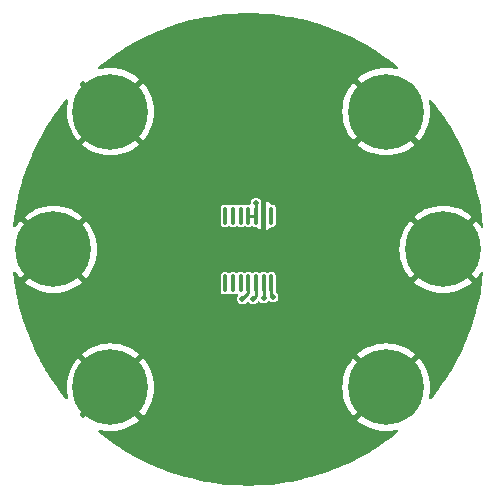
<source format=gbr>
%TF.GenerationSoftware,KiCad,Pcbnew,7.0.6-7.0.6~ubuntu22.04.1*%
%TF.CreationDate,2023-10-10T10:40:32+08:00*%
%TF.ProjectId,CAM,43414d2e-6b69-4636-9164-5f7063625858,rev?*%
%TF.SameCoordinates,Original*%
%TF.FileFunction,Copper,L2,Bot*%
%TF.FilePolarity,Positive*%
%FSLAX46Y46*%
G04 Gerber Fmt 4.6, Leading zero omitted, Abs format (unit mm)*
G04 Created by KiCad (PCBNEW 7.0.6-7.0.6~ubuntu22.04.1) date 2023-10-10 10:40:32*
%MOMM*%
%LPD*%
G01*
G04 APERTURE LIST*
G04 Aperture macros list*
%AMRoundRect*
0 Rectangle with rounded corners*
0 $1 Rounding radius*
0 $2 $3 $4 $5 $6 $7 $8 $9 X,Y pos of 4 corners*
0 Add a 4 corners polygon primitive as box body*
4,1,4,$2,$3,$4,$5,$6,$7,$8,$9,$2,$3,0*
0 Add four circle primitives for the rounded corners*
1,1,$1+$1,$2,$3*
1,1,$1+$1,$4,$5*
1,1,$1+$1,$6,$7*
1,1,$1+$1,$8,$9*
0 Add four rect primitives between the rounded corners*
20,1,$1+$1,$2,$3,$4,$5,0*
20,1,$1+$1,$4,$5,$6,$7,0*
20,1,$1+$1,$6,$7,$8,$9,0*
20,1,$1+$1,$8,$9,$2,$3,0*%
G04 Aperture macros list end*
%TA.AperFunction,ComponentPad*%
%ADD10C,0.800000*%
%TD*%
%TA.AperFunction,ComponentPad*%
%ADD11C,6.400000*%
%TD*%
%TA.AperFunction,SMDPad,CuDef*%
%ADD12RoundRect,0.100000X0.100000X-0.637500X0.100000X0.637500X-0.100000X0.637500X-0.100000X-0.637500X0*%
%TD*%
%TA.AperFunction,ViaPad*%
%ADD13C,0.500000*%
%TD*%
%TA.AperFunction,Conductor*%
%ADD14C,0.250000*%
%TD*%
G04 APERTURE END LIST*
D10*
%TO.P,REF\u002A\u002A,1*%
%TO.N,GND*%
X135932738Y-48332738D03*
X136635682Y-46635682D03*
X136635682Y-50029794D03*
X138332738Y-45932738D03*
D11*
X138332738Y-48332738D03*
D10*
X138332738Y-50732738D03*
X140029794Y-46635682D03*
X140029794Y-50029794D03*
X140732738Y-48332738D03*
%TD*%
D11*
%TO.P,,1*%
%TO.N,GND*%
X161667262Y-71667262D03*
%TD*%
%TO.P,,1*%
%TO.N,GND*%
X138332738Y-71667262D03*
%TD*%
%TO.P,,1*%
%TO.N,GND*%
X166500000Y-60000000D03*
%TD*%
%TO.P,,1*%
%TO.N,GND*%
X161667262Y-48332738D03*
%TD*%
D10*
%TO.P,REF\u002A\u002A,1*%
%TO.N,GND*%
X164100000Y-60000000D03*
X164802944Y-58302944D03*
X164802944Y-61697056D03*
X166500000Y-57600000D03*
D11*
X166500000Y-60000000D03*
D10*
X166500000Y-62400000D03*
X168197056Y-58302944D03*
X168197056Y-61697056D03*
X168900000Y-60000000D03*
%TD*%
%TO.P,REF\u002A\u002A,1*%
%TO.N,GND*%
X131100000Y-60000000D03*
X131802944Y-58302944D03*
X131802944Y-61697056D03*
X133500000Y-57600000D03*
D11*
X133500000Y-60000000D03*
D10*
X133500000Y-62400000D03*
X135197056Y-58302944D03*
X135197056Y-61697056D03*
X135900000Y-60000000D03*
%TD*%
D11*
%TO.P,,1*%
%TO.N,GND*%
X138332738Y-48332738D03*
%TD*%
D10*
%TO.P,REF\u002A\u002A,1*%
%TO.N,GND*%
X159267262Y-48332738D03*
X159970206Y-46635682D03*
X159970206Y-50029794D03*
X161667262Y-45932738D03*
D11*
X161667262Y-48332738D03*
D10*
X161667262Y-50732738D03*
X163364318Y-46635682D03*
X163364318Y-50029794D03*
X164067262Y-48332738D03*
%TD*%
%TO.P,REF\u002A\u002A,1*%
%TO.N,GND*%
X159267262Y-71667262D03*
X159970206Y-69970206D03*
X159970206Y-73364318D03*
X161667262Y-69267262D03*
D11*
X161667262Y-71667262D03*
D10*
X161667262Y-74067262D03*
X163364318Y-69970206D03*
X163364318Y-73364318D03*
X164067262Y-71667262D03*
%TD*%
%TO.P,REF\u002A\u002A,1*%
%TO.N,GND*%
X135932738Y-71667262D03*
X136635682Y-69970206D03*
X136635682Y-73364318D03*
X138332738Y-69267262D03*
D11*
X138332738Y-71667262D03*
D10*
X138332738Y-74067262D03*
X140029794Y-69970206D03*
X140029794Y-73364318D03*
X140732738Y-71667262D03*
%TD*%
D12*
%TO.P,U1,1,~{CS}*%
%TO.N,/CS*%
X151950000Y-62862500D03*
%TO.P,U1,2,CLK*%
%TO.N,/CLK*%
X151300000Y-62862500D03*
%TO.P,U1,3,MISO*%
%TO.N,/MISO*%
X150650000Y-62862500D03*
%TO.P,U1,4,MOSI*%
%TO.N,/MOSI*%
X150000000Y-62862500D03*
%TO.P,U1,5,TST*%
%TO.N,unconnected-(U1-TST-Pad5)*%
X149350000Y-62862500D03*
%TO.P,U1,6,B*%
%TO.N,unconnected-(U1-B-Pad6)*%
X148700000Y-62862500D03*
%TO.P,U1,7,A*%
%TO.N,unconnected-(U1-A-Pad7)*%
X148050000Y-62862500D03*
%TO.P,U1,8,W/PWM*%
%TO.N,unconnected-(U1-W{slash}PWM-Pad8)*%
X148050000Y-57137500D03*
%TO.P,U1,9,V*%
%TO.N,unconnected-(U1-V-Pad9)*%
X148700000Y-57137500D03*
%TO.P,U1,10,U*%
%TO.N,unconnected-(U1-U-Pad10)*%
X149350000Y-57137500D03*
%TO.P,U1,11,VDD*%
%TO.N,+3V3*%
X150000000Y-57137500D03*
%TO.P,U1,12,VDD3V3*%
X150650000Y-57137500D03*
%TO.P,U1,13,GND*%
%TO.N,GND*%
X151300000Y-57137500D03*
%TO.P,U1,14,I/PWM*%
%TO.N,unconnected-(U1-I{slash}PWM-Pad14)*%
X151950000Y-57137500D03*
%TD*%
D13*
%TO.N,GND*%
X146000000Y-68700000D03*
X147000000Y-52500000D03*
X149700000Y-65000000D03*
X154200000Y-43700000D03*
X153550000Y-53750000D03*
X152000000Y-77400000D03*
X152300000Y-45800000D03*
X151300000Y-58900000D03*
X155000000Y-78000000D03*
X148000000Y-68700000D03*
X152300000Y-41600000D03*
X148000000Y-77400000D03*
X152200000Y-65000000D03*
X146000000Y-77400000D03*
X150000000Y-77400000D03*
X151000000Y-65000000D03*
X145100000Y-50600000D03*
X145100000Y-54400000D03*
X150000000Y-68700000D03*
X155000000Y-68400000D03*
X154000000Y-68600000D03*
X154000000Y-77400000D03*
X152000000Y-68700000D03*
X143200000Y-46000000D03*
X153550000Y-55300000D03*
X143200000Y-44100000D03*
X145100000Y-44100000D03*
%TO.N,+3V3*%
X150650000Y-56080000D03*
%TO.N,/MOSI*%
X149500000Y-64200000D03*
%TO.N,/MISO*%
X150400000Y-64200000D03*
%TO.N,/CLK*%
X151300000Y-64100000D03*
%TO.N,/CS*%
X152100000Y-64000000D03*
%TD*%
D14*
%TO.N,+3V3*%
X150000000Y-57137500D02*
X150650000Y-57137500D01*
X150650000Y-56080000D02*
X150650000Y-57137500D01*
%TO.N,/MOSI*%
X150000000Y-62862500D02*
X150000000Y-63700000D01*
X150000000Y-63700000D02*
X149500000Y-64200000D01*
%TO.N,/MISO*%
X150650000Y-62862500D02*
X150650000Y-63950000D01*
X150650000Y-63950000D02*
X150400000Y-64200000D01*
%TO.N,/CLK*%
X151300000Y-62862500D02*
X151300000Y-64100000D01*
%TO.N,/CS*%
X151950000Y-63850000D02*
X152100000Y-64000000D01*
X151950000Y-62862500D02*
X151950000Y-63850000D01*
%TD*%
%TA.AperFunction,Conductor*%
%TO.N,GND*%
G36*
X150807403Y-40018620D02*
G01*
X150986950Y-40026684D01*
X151703049Y-40074964D01*
X151882089Y-40091079D01*
X152595233Y-40171431D01*
X152595242Y-40171432D01*
X152773386Y-40195562D01*
X153407526Y-40296000D01*
X153482220Y-40307831D01*
X153517222Y-40314182D01*
X153659148Y-40339938D01*
X154362220Y-40483893D01*
X154537454Y-40523888D01*
X155233422Y-40699257D01*
X155406692Y-40747076D01*
X156028725Y-40933863D01*
X156094060Y-40953483D01*
X156265050Y-41009040D01*
X156942462Y-41246077D01*
X157110745Y-41309234D01*
X157776847Y-41576427D01*
X157942173Y-41647091D01*
X158390183Y-41850586D01*
X158595557Y-41943872D01*
X158595582Y-41943883D01*
X158757585Y-42021900D01*
X159397029Y-42347713D01*
X159501011Y-42403669D01*
X159555335Y-42432902D01*
X160179494Y-42787061D01*
X160333884Y-42879304D01*
X160941487Y-43261087D01*
X160941518Y-43261106D01*
X161091573Y-43360156D01*
X161681539Y-43768886D01*
X161826916Y-43874509D01*
X162397975Y-44309314D01*
X162538522Y-44421398D01*
X162660970Y-44523625D01*
X162699816Y-44581698D01*
X162701098Y-44651556D01*
X162664409Y-44711017D01*
X162601397Y-44741204D01*
X162549407Y-44738586D01*
X162437592Y-44708625D01*
X162437585Y-44708624D01*
X162054549Y-44647957D01*
X161667263Y-44627660D01*
X161667261Y-44627660D01*
X161279974Y-44647957D01*
X160896938Y-44708624D01*
X160896931Y-44708625D01*
X160522325Y-44809000D01*
X160160267Y-44947982D01*
X159814718Y-45124048D01*
X159489468Y-45335269D01*
X159231910Y-45543833D01*
X159231910Y-45543834D01*
X160129568Y-46441492D01*
X160067751Y-46400187D01*
X159994830Y-46385682D01*
X159945582Y-46385682D01*
X159872661Y-46400187D01*
X159789966Y-46455442D01*
X159734711Y-46538137D01*
X159715308Y-46635682D01*
X159734711Y-46733227D01*
X159776015Y-46795043D01*
X158878358Y-45897386D01*
X158878357Y-45897386D01*
X158669793Y-46154944D01*
X158458572Y-46480194D01*
X158282506Y-46825743D01*
X158143524Y-47187801D01*
X158043149Y-47562407D01*
X158043148Y-47562414D01*
X157982481Y-47945450D01*
X157962184Y-48332737D01*
X157962184Y-48332738D01*
X157982481Y-48720025D01*
X158043148Y-49103061D01*
X158043149Y-49103068D01*
X158143524Y-49477674D01*
X158282506Y-49839732D01*
X158458572Y-50185281D01*
X158669793Y-50510531D01*
X158878356Y-50768087D01*
X158878357Y-50768088D01*
X159776021Y-49870423D01*
X159734711Y-49932249D01*
X159715308Y-50029794D01*
X159734711Y-50127339D01*
X159789966Y-50210034D01*
X159872661Y-50265289D01*
X159945582Y-50279794D01*
X159994830Y-50279794D01*
X160067751Y-50265289D01*
X160129566Y-50223985D01*
X159231910Y-51121641D01*
X159231911Y-51121642D01*
X159489468Y-51330206D01*
X159814718Y-51541427D01*
X160160267Y-51717493D01*
X160522325Y-51856475D01*
X160896931Y-51956850D01*
X160896938Y-51956851D01*
X161279974Y-52017518D01*
X161667261Y-52037816D01*
X161667263Y-52037816D01*
X162054549Y-52017518D01*
X162437585Y-51956851D01*
X162437592Y-51956850D01*
X162812198Y-51856475D01*
X163174256Y-51717493D01*
X163519805Y-51541427D01*
X163845045Y-51330214D01*
X163845047Y-51330213D01*
X164102611Y-51121640D01*
X163204953Y-50223982D01*
X163266773Y-50265289D01*
X163339694Y-50279794D01*
X163388942Y-50279794D01*
X163461863Y-50265289D01*
X163544558Y-50210034D01*
X163599813Y-50127339D01*
X163619216Y-50029794D01*
X163599813Y-49932249D01*
X163558506Y-49870429D01*
X164456164Y-50768087D01*
X164664737Y-50510523D01*
X164664738Y-50510521D01*
X164875951Y-50185281D01*
X165052017Y-49839732D01*
X165190999Y-49477674D01*
X165291374Y-49103068D01*
X165291375Y-49103061D01*
X165352042Y-48720025D01*
X165372340Y-48332738D01*
X165372340Y-48332737D01*
X165352042Y-47945450D01*
X165291375Y-47562414D01*
X165291375Y-47562412D01*
X165261413Y-47450594D01*
X165263076Y-47380744D01*
X165302238Y-47322882D01*
X165366466Y-47295377D01*
X165435368Y-47306963D01*
X165476375Y-47339030D01*
X165578605Y-47461481D01*
X165659091Y-47562407D01*
X165690701Y-47602045D01*
X166056701Y-48082738D01*
X166125486Y-48173077D01*
X166231122Y-48318473D01*
X166639840Y-48908422D01*
X166738893Y-49058481D01*
X167120694Y-49666114D01*
X167212931Y-49820492D01*
X167567097Y-50444664D01*
X167652290Y-50602977D01*
X167978099Y-51242414D01*
X168056116Y-51404417D01*
X168352908Y-52057826D01*
X168423572Y-52223152D01*
X168690758Y-52889237D01*
X168753921Y-53057534D01*
X168990958Y-53734946D01*
X169046515Y-53905935D01*
X169252917Y-54593285D01*
X169300741Y-54766572D01*
X169476100Y-55462499D01*
X169511454Y-55617397D01*
X169516107Y-55637781D01*
X169660060Y-56340845D01*
X169692168Y-56517779D01*
X169804432Y-57226583D01*
X169828567Y-57404757D01*
X169896183Y-58004872D01*
X169884129Y-58073694D01*
X169836780Y-58125074D01*
X169769169Y-58142698D01*
X169702763Y-58120972D01*
X169668968Y-58086291D01*
X169497468Y-57822206D01*
X169288904Y-57564649D01*
X169288903Y-57564648D01*
X168391248Y-58462302D01*
X168432551Y-58400489D01*
X168451954Y-58302944D01*
X168432551Y-58205399D01*
X168377296Y-58122704D01*
X168294601Y-58067449D01*
X168221680Y-58052944D01*
X168172432Y-58052944D01*
X168099511Y-58067449D01*
X168037687Y-58108758D01*
X168935350Y-57211096D01*
X168935350Y-57211095D01*
X168677793Y-57002531D01*
X168352543Y-56791310D01*
X168006994Y-56615244D01*
X167644936Y-56476262D01*
X167270330Y-56375887D01*
X167270323Y-56375886D01*
X166887287Y-56315219D01*
X166500001Y-56294922D01*
X166499999Y-56294922D01*
X166112712Y-56315219D01*
X165729676Y-56375886D01*
X165729669Y-56375887D01*
X165355063Y-56476262D01*
X164993005Y-56615244D01*
X164647456Y-56791310D01*
X164322206Y-57002531D01*
X164064648Y-57211095D01*
X164064648Y-57211096D01*
X164962306Y-58108754D01*
X164900489Y-58067449D01*
X164827568Y-58052944D01*
X164778320Y-58052944D01*
X164705399Y-58067449D01*
X164622704Y-58122704D01*
X164567449Y-58205399D01*
X164548046Y-58302944D01*
X164567449Y-58400489D01*
X164608753Y-58462305D01*
X163711096Y-57564648D01*
X163711095Y-57564648D01*
X163502531Y-57822206D01*
X163291310Y-58147456D01*
X163115244Y-58493005D01*
X162976262Y-58855063D01*
X162875887Y-59229669D01*
X162875886Y-59229676D01*
X162815219Y-59612712D01*
X162794922Y-59999999D01*
X162794922Y-60000000D01*
X162815219Y-60387287D01*
X162875886Y-60770323D01*
X162875887Y-60770330D01*
X162976262Y-61144936D01*
X163115244Y-61506994D01*
X163291310Y-61852543D01*
X163502531Y-62177793D01*
X163711094Y-62435349D01*
X163711095Y-62435350D01*
X164608758Y-61537686D01*
X164567449Y-61599511D01*
X164548046Y-61697056D01*
X164567449Y-61794601D01*
X164622704Y-61877296D01*
X164705399Y-61932551D01*
X164778320Y-61947056D01*
X164827568Y-61947056D01*
X164900489Y-61932551D01*
X164962304Y-61891247D01*
X164064648Y-62788903D01*
X164064649Y-62788904D01*
X164322206Y-62997468D01*
X164647456Y-63208689D01*
X164993005Y-63384755D01*
X165355063Y-63523737D01*
X165729669Y-63624112D01*
X165729676Y-63624113D01*
X166112712Y-63684780D01*
X166499999Y-63705078D01*
X166500001Y-63705078D01*
X166887287Y-63684780D01*
X167270323Y-63624113D01*
X167270330Y-63624112D01*
X167644936Y-63523737D01*
X168006994Y-63384755D01*
X168352543Y-63208689D01*
X168677783Y-62997476D01*
X168677785Y-62997475D01*
X168935349Y-62788902D01*
X168037691Y-61891244D01*
X168099511Y-61932551D01*
X168172432Y-61947056D01*
X168221680Y-61947056D01*
X168294601Y-61932551D01*
X168377296Y-61877296D01*
X168432551Y-61794601D01*
X168451954Y-61697056D01*
X168432551Y-61599511D01*
X168391244Y-61537691D01*
X169288902Y-62435349D01*
X169497475Y-62177785D01*
X169497475Y-62177783D01*
X169668968Y-61913708D01*
X169721989Y-61868205D01*
X169791194Y-61858590D01*
X169854611Y-61887917D01*
X169892105Y-61946875D01*
X169896183Y-61995127D01*
X169828567Y-62595242D01*
X169804432Y-62773416D01*
X169692168Y-63482220D01*
X169660060Y-63659154D01*
X169516107Y-64362218D01*
X169489966Y-64476754D01*
X169476107Y-64537470D01*
X169474471Y-64543966D01*
X169300742Y-65233425D01*
X169252917Y-65406714D01*
X169046515Y-66094064D01*
X168990958Y-66265053D01*
X168753921Y-66942465D01*
X168690758Y-67110762D01*
X168423572Y-67776847D01*
X168352908Y-67942173D01*
X168056116Y-68595582D01*
X167978099Y-68757585D01*
X167652290Y-69397022D01*
X167567097Y-69555335D01*
X167212931Y-70179507D01*
X167120694Y-70333885D01*
X166738893Y-70941518D01*
X166639840Y-71091577D01*
X166231122Y-71681526D01*
X166125486Y-71826922D01*
X165690701Y-72397954D01*
X165578615Y-72538506D01*
X165476377Y-72660967D01*
X165418302Y-72699814D01*
X165348444Y-72701096D01*
X165288982Y-72664407D01*
X165258796Y-72601395D01*
X165261414Y-72549404D01*
X165291375Y-72437587D01*
X165291375Y-72437585D01*
X165352042Y-72054549D01*
X165372340Y-71667262D01*
X165372340Y-71667261D01*
X165352042Y-71279974D01*
X165291375Y-70896938D01*
X165291374Y-70896931D01*
X165190999Y-70522325D01*
X165052017Y-70160267D01*
X164875951Y-69814718D01*
X164664730Y-69489468D01*
X164456166Y-69231911D01*
X164456165Y-69231910D01*
X163558509Y-70129566D01*
X163599813Y-70067751D01*
X163619216Y-69970206D01*
X163599813Y-69872661D01*
X163544558Y-69789966D01*
X163461863Y-69734711D01*
X163388942Y-69720206D01*
X163339694Y-69720206D01*
X163266773Y-69734711D01*
X163204952Y-69776017D01*
X164102612Y-68878358D01*
X164102612Y-68878357D01*
X163845055Y-68669793D01*
X163519805Y-68458572D01*
X163174256Y-68282506D01*
X162812198Y-68143524D01*
X162437592Y-68043149D01*
X162437585Y-68043148D01*
X162054549Y-67982481D01*
X161667263Y-67962184D01*
X161667261Y-67962184D01*
X161279974Y-67982481D01*
X160896938Y-68043148D01*
X160896931Y-68043149D01*
X160522325Y-68143524D01*
X160160267Y-68282506D01*
X159814718Y-68458572D01*
X159489468Y-68669793D01*
X159231910Y-68878357D01*
X159231910Y-68878358D01*
X160129568Y-69776016D01*
X160067751Y-69734711D01*
X159994830Y-69720206D01*
X159945582Y-69720206D01*
X159872661Y-69734711D01*
X159789966Y-69789966D01*
X159734711Y-69872661D01*
X159715308Y-69970206D01*
X159734711Y-70067751D01*
X159776016Y-70129568D01*
X158878358Y-69231910D01*
X158878357Y-69231910D01*
X158669793Y-69489468D01*
X158458572Y-69814718D01*
X158282506Y-70160267D01*
X158143524Y-70522325D01*
X158043149Y-70896931D01*
X158043148Y-70896938D01*
X157982481Y-71279974D01*
X157962184Y-71667261D01*
X157962184Y-71667262D01*
X157982481Y-72054549D01*
X158043148Y-72437585D01*
X158043149Y-72437592D01*
X158143524Y-72812198D01*
X158282506Y-73174256D01*
X158458572Y-73519805D01*
X158669793Y-73845055D01*
X158878357Y-74102612D01*
X158878358Y-74102612D01*
X159776018Y-73204951D01*
X159734711Y-73266773D01*
X159715308Y-73364318D01*
X159734711Y-73461863D01*
X159789966Y-73544558D01*
X159872661Y-73599813D01*
X159945582Y-73614318D01*
X159994830Y-73614318D01*
X160067751Y-73599813D01*
X160129566Y-73558509D01*
X159231910Y-74456165D01*
X159231911Y-74456166D01*
X159489468Y-74664730D01*
X159814718Y-74875951D01*
X160160267Y-75052017D01*
X160522325Y-75190999D01*
X160896931Y-75291374D01*
X160896938Y-75291375D01*
X161279974Y-75352042D01*
X161667261Y-75372340D01*
X161667263Y-75372340D01*
X162054549Y-75352042D01*
X162437585Y-75291375D01*
X162437587Y-75291375D01*
X162549404Y-75261414D01*
X162619254Y-75263077D01*
X162677117Y-75302239D01*
X162704621Y-75366468D01*
X162693035Y-75435370D01*
X162660967Y-75476377D01*
X162538506Y-75578615D01*
X162397954Y-75690701D01*
X161826922Y-76125486D01*
X161681526Y-76231122D01*
X161091577Y-76639840D01*
X160941518Y-76738893D01*
X160333885Y-77120694D01*
X160179507Y-77212931D01*
X159555335Y-77567097D01*
X159397022Y-77652290D01*
X158757585Y-77978099D01*
X158595582Y-78056116D01*
X157942173Y-78352908D01*
X157776847Y-78423572D01*
X157110762Y-78690758D01*
X156942465Y-78753921D01*
X156265053Y-78990958D01*
X156094064Y-79046515D01*
X155406714Y-79252917D01*
X155233425Y-79300742D01*
X154537511Y-79476097D01*
X154431289Y-79500342D01*
X154362218Y-79516107D01*
X153659154Y-79660060D01*
X153482220Y-79692168D01*
X152773416Y-79804432D01*
X152595242Y-79828567D01*
X151882090Y-79908920D01*
X151703025Y-79925036D01*
X150986987Y-79973313D01*
X150807386Y-79981379D01*
X150089870Y-79997483D01*
X149910130Y-79997483D01*
X149192613Y-79981379D01*
X149013012Y-79973313D01*
X148296974Y-79925036D01*
X148117909Y-79908920D01*
X147404757Y-79828567D01*
X147226583Y-79804432D01*
X146517779Y-79692168D01*
X146340845Y-79660060D01*
X145637781Y-79516107D01*
X145617397Y-79511454D01*
X145462499Y-79476100D01*
X144766572Y-79300741D01*
X144593285Y-79252917D01*
X143905935Y-79046515D01*
X143734946Y-78990958D01*
X143057534Y-78753921D01*
X142889237Y-78690758D01*
X142223152Y-78423572D01*
X142057826Y-78352908D01*
X141404417Y-78056116D01*
X141242414Y-77978099D01*
X140602989Y-77652296D01*
X140558473Y-77628341D01*
X140444664Y-77567097D01*
X139820492Y-77212931D01*
X139666114Y-77120694D01*
X139058481Y-76738893D01*
X138908422Y-76639840D01*
X138318473Y-76231122D01*
X138173077Y-76125486D01*
X137602045Y-75690701D01*
X137578301Y-75671766D01*
X137461481Y-75578605D01*
X137339031Y-75476376D01*
X137300184Y-75418301D01*
X137298902Y-75348443D01*
X137335591Y-75288981D01*
X137398603Y-75258795D01*
X137450594Y-75261413D01*
X137562413Y-75291375D01*
X137945450Y-75352042D01*
X138332737Y-75372340D01*
X138332739Y-75372340D01*
X138720025Y-75352042D01*
X139103061Y-75291375D01*
X139103068Y-75291374D01*
X139477674Y-75190999D01*
X139839732Y-75052017D01*
X140185281Y-74875951D01*
X140510521Y-74664738D01*
X140510523Y-74664737D01*
X140768087Y-74456164D01*
X139870429Y-73558506D01*
X139932249Y-73599813D01*
X140005170Y-73614318D01*
X140054418Y-73614318D01*
X140127339Y-73599813D01*
X140210034Y-73544558D01*
X140265289Y-73461863D01*
X140284692Y-73364318D01*
X140265289Y-73266773D01*
X140223982Y-73204953D01*
X141121640Y-74102611D01*
X141330213Y-73845047D01*
X141330214Y-73845045D01*
X141541427Y-73519805D01*
X141717493Y-73174256D01*
X141856475Y-72812198D01*
X141956850Y-72437592D01*
X141956851Y-72437585D01*
X142017518Y-72054549D01*
X142037816Y-71667262D01*
X142037816Y-71667261D01*
X142017518Y-71279974D01*
X141956851Y-70896938D01*
X141956850Y-70896931D01*
X141856475Y-70522325D01*
X141717493Y-70160267D01*
X141541427Y-69814718D01*
X141330206Y-69489468D01*
X141121642Y-69231911D01*
X141121641Y-69231910D01*
X140223985Y-70129565D01*
X140265289Y-70067751D01*
X140284692Y-69970206D01*
X140265289Y-69872661D01*
X140210034Y-69789966D01*
X140127339Y-69734711D01*
X140054418Y-69720206D01*
X140005170Y-69720206D01*
X139932249Y-69734711D01*
X139870425Y-69776020D01*
X140768088Y-68878358D01*
X140768088Y-68878357D01*
X140510531Y-68669793D01*
X140185281Y-68458572D01*
X139839732Y-68282506D01*
X139477674Y-68143524D01*
X139103068Y-68043149D01*
X139103061Y-68043148D01*
X138720025Y-67982481D01*
X138332739Y-67962184D01*
X138332737Y-67962184D01*
X137945450Y-67982481D01*
X137562414Y-68043148D01*
X137562407Y-68043149D01*
X137187801Y-68143524D01*
X136825743Y-68282506D01*
X136480194Y-68458572D01*
X136154944Y-68669793D01*
X135897386Y-68878357D01*
X135897386Y-68878358D01*
X136795044Y-69776016D01*
X136733227Y-69734711D01*
X136660306Y-69720206D01*
X136611058Y-69720206D01*
X136538137Y-69734711D01*
X136455442Y-69789966D01*
X136400187Y-69872661D01*
X136380784Y-69970206D01*
X136400187Y-70067751D01*
X136441492Y-70129568D01*
X135543834Y-69231910D01*
X135543833Y-69231910D01*
X135335269Y-69489468D01*
X135124048Y-69814718D01*
X134947982Y-70160267D01*
X134809000Y-70522325D01*
X134708625Y-70896931D01*
X134708624Y-70896938D01*
X134647957Y-71279974D01*
X134627660Y-71667261D01*
X134627660Y-71667262D01*
X134647957Y-72054549D01*
X134708624Y-72437585D01*
X134708625Y-72437592D01*
X134738586Y-72549407D01*
X134736923Y-72619257D01*
X134697760Y-72677119D01*
X134633532Y-72704623D01*
X134564630Y-72693036D01*
X134523625Y-72660971D01*
X134421385Y-72538506D01*
X134309298Y-72397954D01*
X134295678Y-72380067D01*
X133874509Y-71826916D01*
X133768877Y-71681526D01*
X133360156Y-71091573D01*
X133261106Y-70941518D01*
X132879305Y-70333885D01*
X132787068Y-70179507D01*
X132770578Y-70150446D01*
X132534683Y-69734711D01*
X132432902Y-69555335D01*
X132397457Y-69489468D01*
X132347710Y-69397022D01*
X132021900Y-68757585D01*
X131943883Y-68595582D01*
X131647091Y-67942173D01*
X131576427Y-67776847D01*
X131309234Y-67110745D01*
X131246077Y-66942462D01*
X131009040Y-66265050D01*
X130953483Y-66094060D01*
X130933863Y-66028725D01*
X130747076Y-65406692D01*
X130699257Y-65233422D01*
X130523888Y-64537454D01*
X130483893Y-64362218D01*
X130339938Y-63659148D01*
X130307831Y-63482220D01*
X130195567Y-62773416D01*
X130171432Y-62595242D01*
X130160424Y-62497545D01*
X130103815Y-61995124D01*
X130115869Y-61926303D01*
X130163218Y-61874923D01*
X130230829Y-61857299D01*
X130297234Y-61879025D01*
X130331030Y-61913706D01*
X130502531Y-62177793D01*
X130711095Y-62435350D01*
X130711096Y-62435350D01*
X131608756Y-61537689D01*
X131567449Y-61599511D01*
X131548046Y-61697056D01*
X131567449Y-61794601D01*
X131622704Y-61877296D01*
X131705399Y-61932551D01*
X131778320Y-61947056D01*
X131827568Y-61947056D01*
X131900489Y-61932551D01*
X131962304Y-61891247D01*
X131064648Y-62788903D01*
X131064649Y-62788904D01*
X131322206Y-62997468D01*
X131647456Y-63208689D01*
X131993005Y-63384755D01*
X132355063Y-63523737D01*
X132729669Y-63624112D01*
X132729676Y-63624113D01*
X133112712Y-63684780D01*
X133499999Y-63705078D01*
X133500001Y-63705078D01*
X133887287Y-63684780D01*
X134270323Y-63624113D01*
X134270330Y-63624112D01*
X134566119Y-63544856D01*
X147649500Y-63544856D01*
X147649502Y-63544882D01*
X147652413Y-63569987D01*
X147652415Y-63569991D01*
X147697793Y-63672764D01*
X147697794Y-63672765D01*
X147777235Y-63752206D01*
X147880009Y-63797585D01*
X147905135Y-63800500D01*
X148194864Y-63800499D01*
X148194879Y-63800497D01*
X148194882Y-63800497D01*
X148219987Y-63797586D01*
X148219987Y-63797585D01*
X148219991Y-63797585D01*
X148322765Y-63752206D01*
X148322766Y-63752204D01*
X148324912Y-63751257D01*
X148394190Y-63742185D01*
X148425085Y-63751257D01*
X148530004Y-63797583D01*
X148530009Y-63797585D01*
X148555135Y-63800500D01*
X148844864Y-63800499D01*
X148844879Y-63800497D01*
X148844882Y-63800497D01*
X148869987Y-63797586D01*
X148869987Y-63797585D01*
X148869991Y-63797585D01*
X148972765Y-63752206D01*
X148972766Y-63752204D01*
X148974912Y-63751257D01*
X149044190Y-63742185D01*
X149075078Y-63751254D01*
X149078965Y-63752970D01*
X149132344Y-63798052D01*
X149152876Y-63864837D01*
X149134042Y-63932121D01*
X149122604Y-63947603D01*
X149117123Y-63953928D01*
X149117117Y-63953938D01*
X149063302Y-64071774D01*
X149044867Y-64200000D01*
X149063302Y-64328225D01*
X149093020Y-64393297D01*
X149117118Y-64446063D01*
X149201951Y-64543967D01*
X149310931Y-64614004D01*
X149435225Y-64650499D01*
X149435227Y-64650500D01*
X149435228Y-64650500D01*
X149564773Y-64650500D01*
X149564773Y-64650499D01*
X149689069Y-64614004D01*
X149798049Y-64543967D01*
X149803661Y-64537491D01*
X149856286Y-64476757D01*
X149915063Y-64438981D01*
X149984933Y-64438980D01*
X150043710Y-64476753D01*
X150043713Y-64476756D01*
X150043714Y-64476757D01*
X150101948Y-64543965D01*
X150101950Y-64543966D01*
X150101951Y-64543967D01*
X150210931Y-64614004D01*
X150335225Y-64650499D01*
X150335227Y-64650500D01*
X150335228Y-64650500D01*
X150464773Y-64650500D01*
X150464773Y-64650499D01*
X150589069Y-64614004D01*
X150698049Y-64543967D01*
X150782882Y-64446063D01*
X150782883Y-64446059D01*
X150787386Y-64439054D01*
X150840188Y-64393297D01*
X150909346Y-64383350D01*
X150972903Y-64412373D01*
X150985417Y-64424886D01*
X150997694Y-64439054D01*
X151001951Y-64443967D01*
X151110931Y-64514004D01*
X151235225Y-64550499D01*
X151235227Y-64550500D01*
X151235228Y-64550500D01*
X151364773Y-64550500D01*
X151364773Y-64550499D01*
X151489069Y-64514004D01*
X151598049Y-64443967D01*
X151656276Y-64376767D01*
X151715051Y-64338995D01*
X151784920Y-64338993D01*
X151817023Y-64353653D01*
X151910931Y-64414004D01*
X151910932Y-64414004D01*
X151910935Y-64414006D01*
X152035225Y-64450499D01*
X152035227Y-64450500D01*
X152035228Y-64450500D01*
X152164773Y-64450500D01*
X152164773Y-64450499D01*
X152289069Y-64414004D01*
X152398049Y-64343967D01*
X152482882Y-64246063D01*
X152536697Y-64128226D01*
X152555133Y-64000000D01*
X152536697Y-63871774D01*
X152482882Y-63753937D01*
X152398049Y-63656033D01*
X152398047Y-63656032D01*
X152398044Y-63656028D01*
X152392643Y-63651347D01*
X152354871Y-63592567D01*
X152351117Y-63548494D01*
X152350293Y-63548447D01*
X152350498Y-63544882D01*
X152350500Y-63544865D01*
X152350499Y-62180136D01*
X152350497Y-62180117D01*
X152347586Y-62155012D01*
X152347585Y-62155010D01*
X152347585Y-62155009D01*
X152302206Y-62052235D01*
X152222765Y-61972794D01*
X152164064Y-61946875D01*
X152119992Y-61927415D01*
X152094865Y-61924500D01*
X151805143Y-61924500D01*
X151805117Y-61924502D01*
X151780013Y-61927413D01*
X151768377Y-61932551D01*
X151677238Y-61972793D01*
X151675086Y-61973743D01*
X151605807Y-61982814D01*
X151574914Y-61973743D01*
X151572765Y-61972794D01*
X151469991Y-61927415D01*
X151444865Y-61924500D01*
X151155143Y-61924500D01*
X151155117Y-61924502D01*
X151130013Y-61927413D01*
X151118377Y-61932551D01*
X151027238Y-61972793D01*
X151025086Y-61973743D01*
X150955807Y-61982814D01*
X150924914Y-61973743D01*
X150922765Y-61972794D01*
X150819991Y-61927415D01*
X150794865Y-61924500D01*
X150505143Y-61924500D01*
X150505117Y-61924502D01*
X150480013Y-61927413D01*
X150468377Y-61932551D01*
X150377238Y-61972793D01*
X150375086Y-61973743D01*
X150305807Y-61982814D01*
X150274914Y-61973743D01*
X150272765Y-61972794D01*
X150169991Y-61927415D01*
X150144865Y-61924500D01*
X149855143Y-61924500D01*
X149855117Y-61924502D01*
X149830013Y-61927413D01*
X149818377Y-61932551D01*
X149727238Y-61972793D01*
X149725086Y-61973743D01*
X149655807Y-61982814D01*
X149624914Y-61973743D01*
X149622765Y-61972794D01*
X149519991Y-61927415D01*
X149494865Y-61924500D01*
X149205143Y-61924500D01*
X149205117Y-61924502D01*
X149180013Y-61927413D01*
X149168377Y-61932551D01*
X149077238Y-61972793D01*
X149075086Y-61973743D01*
X149005807Y-61982814D01*
X148974914Y-61973743D01*
X148972765Y-61972794D01*
X148869991Y-61927415D01*
X148844865Y-61924500D01*
X148555143Y-61924500D01*
X148555117Y-61924502D01*
X148530013Y-61927413D01*
X148518377Y-61932551D01*
X148427238Y-61972793D01*
X148425086Y-61973743D01*
X148355807Y-61982814D01*
X148324914Y-61973743D01*
X148322765Y-61972794D01*
X148219991Y-61927415D01*
X148194865Y-61924500D01*
X147905143Y-61924500D01*
X147905117Y-61924502D01*
X147880012Y-61927413D01*
X147880008Y-61927415D01*
X147777235Y-61972793D01*
X147697794Y-62052234D01*
X147652415Y-62155006D01*
X147652415Y-62155008D01*
X147649500Y-62180131D01*
X147649500Y-63544856D01*
X134566119Y-63544856D01*
X134644936Y-63523737D01*
X135006994Y-63384755D01*
X135352543Y-63208689D01*
X135677783Y-62997476D01*
X135677785Y-62997475D01*
X135935349Y-62788902D01*
X135037691Y-61891244D01*
X135099511Y-61932551D01*
X135172432Y-61947056D01*
X135221680Y-61947056D01*
X135294601Y-61932551D01*
X135377296Y-61877296D01*
X135432551Y-61794601D01*
X135451954Y-61697056D01*
X135432551Y-61599511D01*
X135391243Y-61537690D01*
X136288902Y-62435349D01*
X136497475Y-62177785D01*
X136497476Y-62177783D01*
X136708689Y-61852543D01*
X136884755Y-61506994D01*
X137023737Y-61144936D01*
X137124112Y-60770330D01*
X137124113Y-60770323D01*
X137184780Y-60387287D01*
X137205078Y-60000000D01*
X137205078Y-59999999D01*
X137184780Y-59612712D01*
X137124113Y-59229676D01*
X137124112Y-59229669D01*
X137023737Y-58855063D01*
X136884755Y-58493005D01*
X136708689Y-58147456D01*
X136497468Y-57822206D01*
X136495565Y-57819856D01*
X147649500Y-57819856D01*
X147649502Y-57819882D01*
X147652413Y-57844987D01*
X147652415Y-57844991D01*
X147697793Y-57947764D01*
X147697794Y-57947765D01*
X147777235Y-58027206D01*
X147880009Y-58072585D01*
X147905135Y-58075500D01*
X148194864Y-58075499D01*
X148194879Y-58075497D01*
X148194882Y-58075497D01*
X148219987Y-58072586D01*
X148219987Y-58072585D01*
X148219991Y-58072585D01*
X148322765Y-58027206D01*
X148322766Y-58027204D01*
X148324912Y-58026257D01*
X148394190Y-58017185D01*
X148425085Y-58026257D01*
X148485526Y-58052944D01*
X148530009Y-58072585D01*
X148555135Y-58075500D01*
X148844864Y-58075499D01*
X148844879Y-58075497D01*
X148844882Y-58075497D01*
X148869987Y-58072586D01*
X148869987Y-58072585D01*
X148869991Y-58072585D01*
X148972765Y-58027206D01*
X148972766Y-58027204D01*
X148974912Y-58026257D01*
X149044190Y-58017185D01*
X149075085Y-58026257D01*
X149135526Y-58052944D01*
X149180009Y-58072585D01*
X149205135Y-58075500D01*
X149494864Y-58075499D01*
X149494879Y-58075497D01*
X149494882Y-58075497D01*
X149519987Y-58072586D01*
X149519987Y-58072585D01*
X149519991Y-58072585D01*
X149622765Y-58027206D01*
X149622766Y-58027204D01*
X149624912Y-58026257D01*
X149694190Y-58017185D01*
X149725085Y-58026257D01*
X149785526Y-58052944D01*
X149830009Y-58072585D01*
X149855135Y-58075500D01*
X150144864Y-58075499D01*
X150144879Y-58075497D01*
X150144882Y-58075497D01*
X150169987Y-58072586D01*
X150169987Y-58072585D01*
X150169991Y-58072585D01*
X150272765Y-58027206D01*
X150272766Y-58027204D01*
X150274912Y-58026257D01*
X150344190Y-58017185D01*
X150375085Y-58026257D01*
X150435526Y-58052944D01*
X150480009Y-58072585D01*
X150505135Y-58075500D01*
X150613148Y-58075499D01*
X150680186Y-58095183D01*
X150711522Y-58124012D01*
X150772073Y-58202922D01*
X150897414Y-58299100D01*
X151043366Y-58359555D01*
X151043372Y-58359557D01*
X151099998Y-58367011D01*
X151100000Y-58367010D01*
X151100000Y-56124570D01*
X151101262Y-56106923D01*
X151105133Y-56080000D01*
X151101262Y-56053075D01*
X151100000Y-56035429D01*
X151100000Y-55907988D01*
X151099999Y-55907987D01*
X151500000Y-55907987D01*
X151500000Y-58367010D01*
X151500001Y-58367011D01*
X151556627Y-58359557D01*
X151556633Y-58359555D01*
X151702585Y-58299100D01*
X151827926Y-58202922D01*
X151888478Y-58124012D01*
X151944906Y-58082810D01*
X151986850Y-58075499D01*
X152094864Y-58075499D01*
X152094879Y-58075497D01*
X152094882Y-58075497D01*
X152119987Y-58072586D01*
X152119988Y-58072585D01*
X152119991Y-58072585D01*
X152222765Y-58027206D01*
X152302206Y-57947765D01*
X152347585Y-57844991D01*
X152350500Y-57819865D01*
X152350499Y-56455136D01*
X152350497Y-56455117D01*
X152347586Y-56430012D01*
X152347585Y-56430010D01*
X152347585Y-56430009D01*
X152302206Y-56327235D01*
X152222765Y-56247794D01*
X152222763Y-56247793D01*
X152119992Y-56202415D01*
X152094868Y-56199500D01*
X151986852Y-56199500D01*
X151919813Y-56179815D01*
X151888477Y-56150987D01*
X151827926Y-56072077D01*
X151702586Y-55975899D01*
X151556631Y-55915444D01*
X151500000Y-55907987D01*
X151099999Y-55907987D01*
X151064442Y-55876805D01*
X151037963Y-55841212D01*
X151037676Y-55841397D01*
X151034978Y-55837198D01*
X151033407Y-55835087D01*
X151032882Y-55833937D01*
X150948049Y-55736033D01*
X150839069Y-55665996D01*
X150839065Y-55665994D01*
X150839064Y-55665994D01*
X150714774Y-55629500D01*
X150714772Y-55629500D01*
X150585228Y-55629500D01*
X150585226Y-55629500D01*
X150460935Y-55665994D01*
X150460932Y-55665995D01*
X150460931Y-55665996D01*
X150409677Y-55698934D01*
X150351950Y-55736033D01*
X150267118Y-55833937D01*
X150267117Y-55833938D01*
X150213302Y-55951774D01*
X150193605Y-56088778D01*
X150191074Y-56088414D01*
X150175182Y-56142539D01*
X150122378Y-56188294D01*
X150070868Y-56199500D01*
X149855143Y-56199500D01*
X149855117Y-56199502D01*
X149830013Y-56202413D01*
X149816848Y-56208226D01*
X149727238Y-56247793D01*
X149725086Y-56248743D01*
X149655807Y-56257814D01*
X149624914Y-56248743D01*
X149622765Y-56247794D01*
X149519991Y-56202415D01*
X149494865Y-56199500D01*
X149205143Y-56199500D01*
X149205117Y-56199502D01*
X149180013Y-56202413D01*
X149166848Y-56208226D01*
X149077238Y-56247793D01*
X149075086Y-56248743D01*
X149005807Y-56257814D01*
X148974914Y-56248743D01*
X148972765Y-56247794D01*
X148869991Y-56202415D01*
X148844865Y-56199500D01*
X148555143Y-56199500D01*
X148555117Y-56199502D01*
X148530013Y-56202413D01*
X148516848Y-56208226D01*
X148427238Y-56247793D01*
X148425086Y-56248743D01*
X148355807Y-56257814D01*
X148324914Y-56248743D01*
X148322765Y-56247794D01*
X148219991Y-56202415D01*
X148194865Y-56199500D01*
X147905143Y-56199500D01*
X147905117Y-56199502D01*
X147880012Y-56202413D01*
X147880008Y-56202415D01*
X147777235Y-56247793D01*
X147697794Y-56327234D01*
X147652415Y-56430006D01*
X147652415Y-56430008D01*
X147649500Y-56455131D01*
X147649500Y-57819856D01*
X136495565Y-57819856D01*
X136288904Y-57564649D01*
X136288903Y-57564648D01*
X135391247Y-58462303D01*
X135432551Y-58400489D01*
X135451954Y-58302944D01*
X135432551Y-58205399D01*
X135377296Y-58122704D01*
X135294601Y-58067449D01*
X135221680Y-58052944D01*
X135172432Y-58052944D01*
X135099511Y-58067449D01*
X135037690Y-58108755D01*
X135935350Y-57211096D01*
X135935350Y-57211095D01*
X135677793Y-57002531D01*
X135352543Y-56791310D01*
X135006994Y-56615244D01*
X134644936Y-56476262D01*
X134270330Y-56375887D01*
X134270323Y-56375886D01*
X133887287Y-56315219D01*
X133500001Y-56294922D01*
X133499999Y-56294922D01*
X133112712Y-56315219D01*
X132729676Y-56375886D01*
X132729669Y-56375887D01*
X132355063Y-56476262D01*
X131993005Y-56615244D01*
X131647456Y-56791310D01*
X131322206Y-57002531D01*
X131064648Y-57211095D01*
X131064648Y-57211096D01*
X131962306Y-58108754D01*
X131900489Y-58067449D01*
X131827568Y-58052944D01*
X131778320Y-58052944D01*
X131705399Y-58067449D01*
X131622704Y-58122704D01*
X131567449Y-58205399D01*
X131548046Y-58302944D01*
X131567449Y-58400489D01*
X131608753Y-58462305D01*
X130711096Y-57564648D01*
X130711095Y-57564648D01*
X130502534Y-57822202D01*
X130331030Y-58086294D01*
X130278009Y-58131796D01*
X130208804Y-58141410D01*
X130145387Y-58112083D01*
X130107893Y-58053126D01*
X130103815Y-58004874D01*
X130103816Y-58004872D01*
X130171432Y-57404751D01*
X130195562Y-57226617D01*
X130307831Y-56517777D01*
X130315365Y-56476262D01*
X130339931Y-56340886D01*
X130483894Y-55637771D01*
X130523893Y-55462524D01*
X130699259Y-54766567D01*
X130747083Y-54593285D01*
X130953489Y-53905919D01*
X131009028Y-53734984D01*
X131246079Y-53057532D01*
X131309229Y-52889269D01*
X131576434Y-52223135D01*
X131647091Y-52057826D01*
X131692956Y-51956851D01*
X131943900Y-51404380D01*
X132021880Y-51242453D01*
X132347710Y-50602976D01*
X132432904Y-50444660D01*
X132526452Y-50279794D01*
X132787084Y-49820464D01*
X132879281Y-49666152D01*
X133261135Y-49058436D01*
X133360132Y-48908462D01*
X133768896Y-48318446D01*
X133874514Y-48173077D01*
X134309315Y-47602023D01*
X134421350Y-47461534D01*
X134523627Y-47339027D01*
X134581697Y-47300182D01*
X134651555Y-47298899D01*
X134711017Y-47335588D01*
X134741204Y-47398600D01*
X134738586Y-47450591D01*
X134708625Y-47562407D01*
X134708624Y-47562414D01*
X134647957Y-47945450D01*
X134627660Y-48332737D01*
X134627660Y-48332738D01*
X134647957Y-48720025D01*
X134708624Y-49103061D01*
X134708625Y-49103068D01*
X134809000Y-49477674D01*
X134947982Y-49839732D01*
X135124048Y-50185281D01*
X135335269Y-50510531D01*
X135543833Y-50768088D01*
X135543834Y-50768088D01*
X136441494Y-49870427D01*
X136400187Y-49932249D01*
X136380784Y-50029794D01*
X136400187Y-50127339D01*
X136455442Y-50210034D01*
X136538137Y-50265289D01*
X136611058Y-50279794D01*
X136660306Y-50279794D01*
X136733227Y-50265289D01*
X136795042Y-50223985D01*
X135897386Y-51121641D01*
X135897387Y-51121642D01*
X136154944Y-51330206D01*
X136480194Y-51541427D01*
X136825743Y-51717493D01*
X137187801Y-51856475D01*
X137562407Y-51956850D01*
X137562414Y-51956851D01*
X137945450Y-52017518D01*
X138332737Y-52037816D01*
X138332739Y-52037816D01*
X138720025Y-52017518D01*
X139103061Y-51956851D01*
X139103068Y-51956850D01*
X139477674Y-51856475D01*
X139839732Y-51717493D01*
X140185281Y-51541427D01*
X140510521Y-51330214D01*
X140510523Y-51330213D01*
X140768087Y-51121640D01*
X139870429Y-50223982D01*
X139932249Y-50265289D01*
X140005170Y-50279794D01*
X140054418Y-50279794D01*
X140127339Y-50265289D01*
X140210034Y-50210034D01*
X140265289Y-50127339D01*
X140284692Y-50029794D01*
X140265289Y-49932249D01*
X140223982Y-49870429D01*
X141121640Y-50768087D01*
X141330213Y-50510523D01*
X141330214Y-50510521D01*
X141541427Y-50185281D01*
X141717493Y-49839732D01*
X141856475Y-49477674D01*
X141956850Y-49103068D01*
X141956851Y-49103061D01*
X142017518Y-48720025D01*
X142037816Y-48332738D01*
X142037816Y-48332737D01*
X142017518Y-47945450D01*
X141956851Y-47562414D01*
X141956850Y-47562407D01*
X141856475Y-47187801D01*
X141717493Y-46825743D01*
X141541427Y-46480194D01*
X141330206Y-46154944D01*
X141121642Y-45897387D01*
X141121641Y-45897386D01*
X140223985Y-46795041D01*
X140265289Y-46733227D01*
X140284692Y-46635682D01*
X140265289Y-46538137D01*
X140210034Y-46455442D01*
X140127339Y-46400187D01*
X140054418Y-46385682D01*
X140005170Y-46385682D01*
X139932249Y-46400187D01*
X139870428Y-46441493D01*
X140768088Y-45543834D01*
X140768088Y-45543833D01*
X140510531Y-45335269D01*
X140185281Y-45124048D01*
X139839732Y-44947982D01*
X139477674Y-44809000D01*
X139103068Y-44708625D01*
X139103061Y-44708624D01*
X138720025Y-44647957D01*
X138332739Y-44627660D01*
X138332737Y-44627660D01*
X137945450Y-44647957D01*
X137562414Y-44708624D01*
X137562407Y-44708625D01*
X137450591Y-44738586D01*
X137380741Y-44736923D01*
X137322879Y-44697760D01*
X137295375Y-44633531D01*
X137306962Y-44564629D01*
X137339026Y-44523628D01*
X137461534Y-44421350D01*
X137602023Y-44309315D01*
X138173082Y-43874509D01*
X138318446Y-43768896D01*
X138908462Y-43360132D01*
X139058436Y-43261135D01*
X139666152Y-42879281D01*
X139820464Y-42787084D01*
X140444668Y-42432899D01*
X140602976Y-42347710D01*
X141242453Y-42021880D01*
X141404380Y-41943900D01*
X142057830Y-41647089D01*
X142223153Y-41576427D01*
X142889269Y-41309229D01*
X143057532Y-41246079D01*
X143734984Y-41009028D01*
X143905927Y-40953486D01*
X144593290Y-40747081D01*
X144766567Y-40699259D01*
X145462524Y-40523893D01*
X145637771Y-40483894D01*
X146340886Y-40339931D01*
X146517742Y-40307836D01*
X147226617Y-40195562D01*
X147404737Y-40171434D01*
X148117934Y-40091076D01*
X148296958Y-40074964D01*
X149013013Y-40026686D01*
X149192596Y-40018620D01*
X149910130Y-40002517D01*
X150089870Y-40002517D01*
X150807403Y-40018620D01*
G37*
%TD.AperFunction*%
%TA.AperFunction,Conductor*%
G36*
X136400187Y-73266773D02*
G01*
X136380784Y-73364318D01*
X136400187Y-73461863D01*
X136455442Y-73544558D01*
X136538137Y-73599813D01*
X136611058Y-73614318D01*
X136660306Y-73614318D01*
X136733227Y-73599813D01*
X136795046Y-73558506D01*
X136126236Y-74227317D01*
X136064913Y-74260802D01*
X135995221Y-74255818D01*
X135950874Y-74227317D01*
X135772683Y-74049125D01*
X135739198Y-73987802D01*
X135744182Y-73918110D01*
X135772683Y-73873763D01*
X136441495Y-73204949D01*
X136400187Y-73266773D01*
G37*
%TD.AperFunction*%
%TA.AperFunction,Conductor*%
G36*
X137197868Y-72802132D02*
G01*
X137388557Y-72964995D01*
X136829870Y-73523682D01*
X136871177Y-73461863D01*
X136890580Y-73364318D01*
X136871177Y-73266773D01*
X136815922Y-73184078D01*
X136733227Y-73128823D01*
X136660306Y-73114318D01*
X136611058Y-73114318D01*
X136538137Y-73128823D01*
X136476313Y-73170131D01*
X137035003Y-72611441D01*
X137197868Y-72802132D01*
G37*
%TD.AperFunction*%
%TA.AperFunction,Conductor*%
G36*
X140189158Y-73170129D02*
G01*
X140127339Y-73128823D01*
X140054418Y-73114318D01*
X140005170Y-73114318D01*
X139932249Y-73128823D01*
X139849554Y-73184078D01*
X139794299Y-73266773D01*
X139774896Y-73364318D01*
X139794299Y-73461863D01*
X139835605Y-73523682D01*
X139276918Y-72964995D01*
X139467608Y-72802132D01*
X139630471Y-72611442D01*
X140189158Y-73170129D01*
G37*
%TD.AperFunction*%
%TA.AperFunction,Conductor*%
G36*
X160532392Y-72802132D02*
G01*
X160723081Y-72964995D01*
X160164397Y-73523678D01*
X160205701Y-73461863D01*
X160225104Y-73364318D01*
X160205701Y-73266773D01*
X160150446Y-73184078D01*
X160067751Y-73128823D01*
X159994830Y-73114318D01*
X159945582Y-73114318D01*
X159872661Y-73128823D01*
X159810839Y-73170130D01*
X160369528Y-72611442D01*
X160532392Y-72802132D01*
G37*
%TD.AperFunction*%
%TA.AperFunction,Conductor*%
G36*
X137388557Y-70369528D02*
G01*
X137197868Y-70532392D01*
X137035004Y-70723081D01*
X136476319Y-70164395D01*
X136538137Y-70205701D01*
X136611058Y-70220206D01*
X136660306Y-70220206D01*
X136733227Y-70205701D01*
X136815922Y-70150446D01*
X136871177Y-70067751D01*
X136890580Y-69970206D01*
X136871177Y-69872661D01*
X136829871Y-69810843D01*
X137388557Y-70369528D01*
G37*
%TD.AperFunction*%
%TA.AperFunction,Conductor*%
G36*
X160723081Y-70369528D02*
G01*
X160532392Y-70532392D01*
X160369528Y-70723081D01*
X159810843Y-70164395D01*
X159872661Y-70205701D01*
X159945582Y-70220206D01*
X159994830Y-70220206D01*
X160067751Y-70205701D01*
X160150446Y-70150446D01*
X160205701Y-70067751D01*
X160225104Y-69970206D01*
X160205701Y-69872661D01*
X160164395Y-69810843D01*
X160723081Y-70369528D01*
G37*
%TD.AperFunction*%
%TA.AperFunction,Conductor*%
G36*
X139794299Y-69872661D02*
G01*
X139774896Y-69970206D01*
X139794299Y-70067751D01*
X139849554Y-70150446D01*
X139932249Y-70205701D01*
X140005170Y-70220206D01*
X140054418Y-70220206D01*
X140127339Y-70205701D01*
X140189153Y-70164397D01*
X139630470Y-70723080D01*
X139467608Y-70532392D01*
X139276917Y-70369527D01*
X139835608Y-69810837D01*
X139794299Y-69872661D01*
G37*
%TD.AperFunction*%
%TA.AperFunction,Conductor*%
G36*
X163128823Y-69872661D02*
G01*
X163109420Y-69970206D01*
X163128823Y-70067751D01*
X163184078Y-70150446D01*
X163266773Y-70205701D01*
X163339694Y-70220206D01*
X163388942Y-70220206D01*
X163461863Y-70205701D01*
X163523678Y-70164397D01*
X162964995Y-70723080D01*
X162802132Y-70532392D01*
X162611442Y-70369528D01*
X163170129Y-69810840D01*
X163128823Y-69872661D01*
G37*
%TD.AperFunction*%
%TA.AperFunction,Conductor*%
G36*
X135356421Y-61502868D02*
G01*
X135294601Y-61461561D01*
X135221680Y-61447056D01*
X135172432Y-61447056D01*
X135099511Y-61461561D01*
X135016816Y-61516816D01*
X134961561Y-61599511D01*
X134942158Y-61697056D01*
X134961561Y-61794601D01*
X135002867Y-61856420D01*
X134444180Y-61297733D01*
X134634870Y-61134870D01*
X134797733Y-60944180D01*
X135356421Y-61502868D01*
G37*
%TD.AperFunction*%
%TA.AperFunction,Conductor*%
G36*
X168356420Y-61502867D02*
G01*
X168294601Y-61461561D01*
X168221680Y-61447056D01*
X168172432Y-61447056D01*
X168099511Y-61461561D01*
X168016816Y-61516816D01*
X167961561Y-61599511D01*
X167942158Y-61697056D01*
X167961561Y-61794601D01*
X168002867Y-61856420D01*
X167444180Y-61297733D01*
X167634870Y-61134870D01*
X167797733Y-60944180D01*
X168356420Y-61502867D01*
G37*
%TD.AperFunction*%
%TA.AperFunction,Conductor*%
G36*
X132365130Y-61134870D02*
G01*
X132555819Y-61297733D01*
X131997135Y-61856416D01*
X132038439Y-61794601D01*
X132057842Y-61697056D01*
X132038439Y-61599511D01*
X131983184Y-61516816D01*
X131900489Y-61461561D01*
X131827568Y-61447056D01*
X131778320Y-61447056D01*
X131705399Y-61461561D01*
X131643577Y-61502868D01*
X132202266Y-60944180D01*
X132365130Y-61134870D01*
G37*
%TD.AperFunction*%
%TA.AperFunction,Conductor*%
G36*
X165365130Y-61134870D02*
G01*
X165555819Y-61297733D01*
X164997135Y-61856416D01*
X165038439Y-61794601D01*
X165057842Y-61697056D01*
X165038439Y-61599511D01*
X164983184Y-61516816D01*
X164900489Y-61461561D01*
X164827568Y-61447056D01*
X164778320Y-61447056D01*
X164705399Y-61461561D01*
X164643574Y-61502870D01*
X165202265Y-60944179D01*
X165365130Y-61134870D01*
G37*
%TD.AperFunction*%
%TA.AperFunction,Conductor*%
G36*
X132555819Y-58702266D02*
G01*
X132365130Y-58865130D01*
X132202266Y-59055818D01*
X131643582Y-58497134D01*
X131705399Y-58538439D01*
X131778320Y-58552944D01*
X131827568Y-58552944D01*
X131900489Y-58538439D01*
X131983184Y-58483184D01*
X132038439Y-58400489D01*
X132057842Y-58302944D01*
X132038439Y-58205399D01*
X131997133Y-58143581D01*
X132555819Y-58702266D01*
G37*
%TD.AperFunction*%
%TA.AperFunction,Conductor*%
G36*
X134961561Y-58205399D02*
G01*
X134942158Y-58302944D01*
X134961561Y-58400489D01*
X135016816Y-58483184D01*
X135099511Y-58538439D01*
X135172432Y-58552944D01*
X135221680Y-58552944D01*
X135294601Y-58538439D01*
X135356415Y-58497135D01*
X134797732Y-59055818D01*
X134634870Y-58865130D01*
X134444180Y-58702266D01*
X135002867Y-58143578D01*
X134961561Y-58205399D01*
G37*
%TD.AperFunction*%
%TA.AperFunction,Conductor*%
G36*
X165555819Y-58702266D02*
G01*
X165365130Y-58865130D01*
X165202266Y-59055818D01*
X164643582Y-58497134D01*
X164705399Y-58538439D01*
X164778320Y-58552944D01*
X164827568Y-58552944D01*
X164900489Y-58538439D01*
X164983184Y-58483184D01*
X165038439Y-58400489D01*
X165057842Y-58302944D01*
X165038439Y-58205399D01*
X164997133Y-58143581D01*
X165555819Y-58702266D01*
G37*
%TD.AperFunction*%
%TA.AperFunction,Conductor*%
G36*
X167961561Y-58205399D02*
G01*
X167942158Y-58302944D01*
X167961561Y-58400489D01*
X168016816Y-58483184D01*
X168099511Y-58538439D01*
X168172432Y-58552944D01*
X168221680Y-58552944D01*
X168294601Y-58538439D01*
X168356414Y-58497136D01*
X167797732Y-59055818D01*
X167634870Y-58865130D01*
X167444179Y-58702265D01*
X168002870Y-58143575D01*
X167961561Y-58205399D01*
G37*
%TD.AperFunction*%
%TA.AperFunction,Conductor*%
G36*
X140189158Y-49835605D02*
G01*
X140127339Y-49794299D01*
X140054418Y-49779794D01*
X140005170Y-49779794D01*
X139932249Y-49794299D01*
X139849554Y-49849554D01*
X139794299Y-49932249D01*
X139774896Y-50029794D01*
X139794299Y-50127339D01*
X139835605Y-50189158D01*
X139276918Y-49630471D01*
X139467608Y-49467608D01*
X139630471Y-49276918D01*
X140189158Y-49835605D01*
G37*
%TD.AperFunction*%
%TA.AperFunction,Conductor*%
G36*
X163523682Y-49835605D02*
G01*
X163461863Y-49794299D01*
X163388942Y-49779794D01*
X163339694Y-49779794D01*
X163266773Y-49794299D01*
X163184078Y-49849554D01*
X163128823Y-49932249D01*
X163109420Y-50029794D01*
X163128823Y-50127339D01*
X163170129Y-50189158D01*
X162611442Y-49630471D01*
X162802132Y-49467608D01*
X162964995Y-49276918D01*
X163523682Y-49835605D01*
G37*
%TD.AperFunction*%
%TA.AperFunction,Conductor*%
G36*
X137197868Y-49467608D02*
G01*
X137388557Y-49630471D01*
X136829873Y-50189154D01*
X136871177Y-50127339D01*
X136890580Y-50029794D01*
X136871177Y-49932249D01*
X136815922Y-49849554D01*
X136733227Y-49794299D01*
X136660306Y-49779794D01*
X136611058Y-49779794D01*
X136538137Y-49794299D01*
X136476315Y-49835606D01*
X137035004Y-49276918D01*
X137197868Y-49467608D01*
G37*
%TD.AperFunction*%
%TA.AperFunction,Conductor*%
G36*
X160532392Y-49467608D02*
G01*
X160723081Y-49630471D01*
X160164397Y-50189154D01*
X160205701Y-50127339D01*
X160225104Y-50029794D01*
X160205701Y-49932249D01*
X160150446Y-49849554D01*
X160067751Y-49794299D01*
X159994830Y-49779794D01*
X159945582Y-49779794D01*
X159872661Y-49794299D01*
X159810835Y-49835609D01*
X160369527Y-49276917D01*
X160532392Y-49467608D01*
G37*
%TD.AperFunction*%
%TA.AperFunction,Conductor*%
G36*
X137388557Y-47035004D02*
G01*
X137197868Y-47197868D01*
X137035004Y-47388556D01*
X136476320Y-46829872D01*
X136538137Y-46871177D01*
X136611058Y-46885682D01*
X136660306Y-46885682D01*
X136733227Y-46871177D01*
X136815922Y-46815922D01*
X136871177Y-46733227D01*
X136890580Y-46635682D01*
X136871177Y-46538137D01*
X136829870Y-46476317D01*
X137388557Y-47035004D01*
G37*
%TD.AperFunction*%
%TA.AperFunction,Conductor*%
G36*
X139794299Y-46538137D02*
G01*
X139774896Y-46635682D01*
X139794299Y-46733227D01*
X139849554Y-46815922D01*
X139932249Y-46871177D01*
X140005170Y-46885682D01*
X140054418Y-46885682D01*
X140127339Y-46871177D01*
X140189153Y-46829873D01*
X139630470Y-47388556D01*
X139467608Y-47197868D01*
X139276918Y-47035004D01*
X139835605Y-46476316D01*
X139794299Y-46538137D01*
G37*
%TD.AperFunction*%
%TA.AperFunction,Conductor*%
G36*
X160723081Y-47035004D02*
G01*
X160532392Y-47197868D01*
X160369528Y-47388556D01*
X159810844Y-46829872D01*
X159872661Y-46871177D01*
X159945582Y-46885682D01*
X159994830Y-46885682D01*
X160067751Y-46871177D01*
X160150446Y-46815922D01*
X160205701Y-46733227D01*
X160225104Y-46635682D01*
X160205701Y-46538137D01*
X160164395Y-46476319D01*
X160723081Y-47035004D01*
G37*
%TD.AperFunction*%
%TA.AperFunction,Conductor*%
G36*
X136081889Y-45744182D02*
G01*
X136126236Y-45772683D01*
X136795046Y-46441493D01*
X136733227Y-46400187D01*
X136660306Y-46385682D01*
X136611058Y-46385682D01*
X136538137Y-46400187D01*
X136455442Y-46455442D01*
X136400187Y-46538137D01*
X136380784Y-46635682D01*
X136400187Y-46733227D01*
X136441491Y-46795043D01*
X135772683Y-46126235D01*
X135739198Y-46064912D01*
X135744182Y-45995220D01*
X135772681Y-45950875D01*
X135950874Y-45772683D01*
X136012197Y-45739198D01*
X136081889Y-45744182D01*
G37*
%TD.AperFunction*%
%TD*%
M02*

</source>
